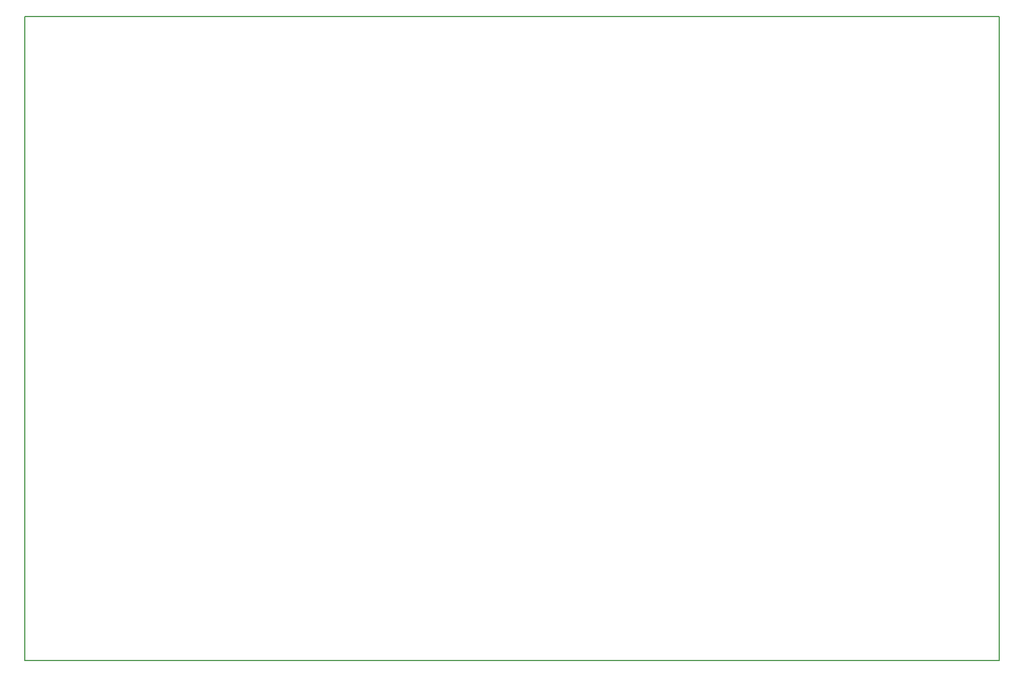
<source format=gbr>
G04 #@! TF.FileFunction,Profile,NP*
%FSLAX46Y46*%
G04 Gerber Fmt 4.6, Leading zero omitted, Abs format (unit mm)*
G04 Created by KiCad (PCBNEW 4.0.6) date 06/14/17 00:59:11*
%MOMM*%
%LPD*%
G01*
G04 APERTURE LIST*
%ADD10C,0.100000*%
%ADD11C,0.150000*%
G04 APERTURE END LIST*
D10*
D11*
X40640000Y-147320000D02*
X190500000Y-147320000D01*
X40640000Y-48260000D02*
X40640000Y-147320000D01*
X190500000Y-48260000D02*
X40640000Y-48260000D01*
X190500000Y-147320000D02*
X190500000Y-48260000D01*
M02*

</source>
